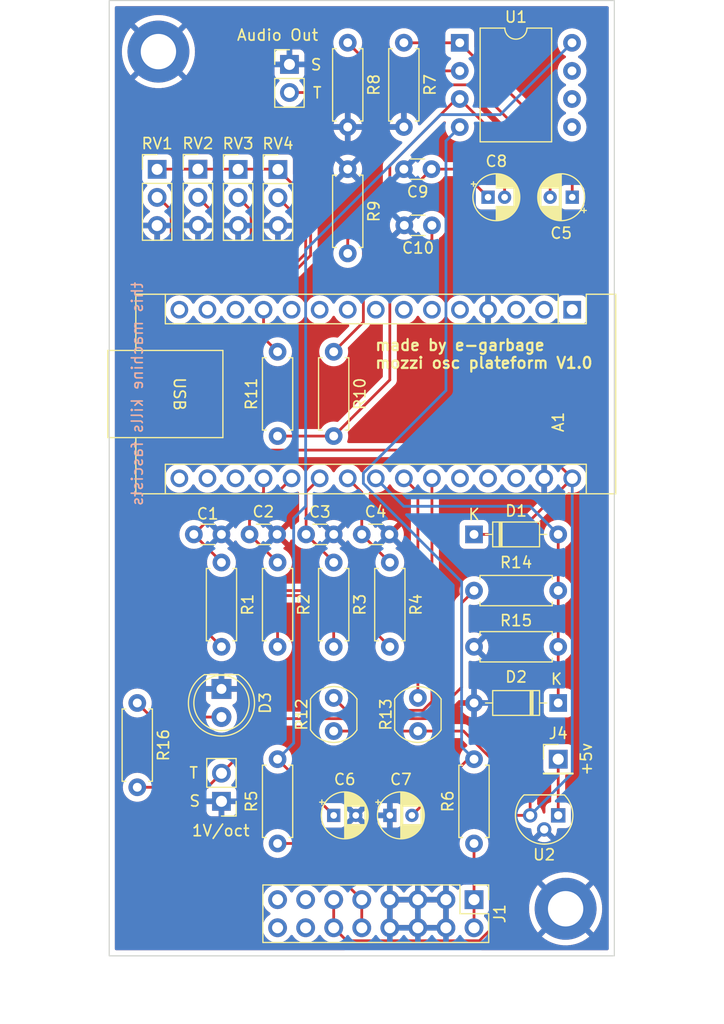
<source format=kicad_pcb>
(kicad_pcb (version 20211014) (generator pcbnew)
  (layers (0 "F.Cu" signal) (31 "B.Cu" signal) (34 "B.Paste" user) (35 "F.Paste" user) (36 "B.SilkS" user "B.Silkscreen") (37 "F.SilkS" user "F.Silkscreen") (38 "B.Mask" user) (39 "F.Mask" user) (44 "Edge.Cuts" user))
  (net 0 "")
  (net 4 "GND")
  (net 12 "Net-(A1-Pad12)")
  (net 19 "Net-(A1-Pad19)")
  (net 20 "Net-(A1-Pad20)")
  (net 21 "Net-(A1-Pad21)")
  (net 22 "Net-(A1-Pad22)")
  (net 23 "Net-(A1-Pad23)")
  (net 24 "Net-(A1-Pad24)")
  (net 25 "Net-(A1-Pad25)")
  (net 29 "+5V")
  (net 30 "Net-(C5-Pad1)")
  (net 31 "Net-(C5-Pad2)")
  (net 32 "Net-(C6-Pad1)")
  (net 33 "Net-(C7-Pad2)")
  (net 34 "Net-(C8-Pad1)")
  (net 35 "Net-(C8-Pad2)")
  (net 36 "Net-(C10-Pad1)")
  (net 37 "Net-(D3-Pad2)")
  (net 38 "Net-(J3-PadT)")
  (net 39 "Net-(R1-Pad2)")
  (net 40 "Net-(R2-Pad2)")
  (net 41 "Net-(R3-Pad2)")
  (net 42 "Net-(R4-Pad2)")
  (net 43 "Net-(J1-Pad10)")
  (net 44 "Net-(J1-Pad1)")
  (net 45 "Net-(R8-Pad1)")
  (net 49 "Net-(J1-Pad13)")
  (net 50 "Net-(J1-Pad15)")
  (net 51 "Net-(U2-Pad1)")
  (footprint "Module:Arduino_Nano" (layer "F.Cu") (at 168.91 79.385 -90)
    (fp_text reference "A1" (at 10.15 1.27 90) (layer "F.SilkS"))
    (fp_text value "Arduino_Nano_v2.x")
    (fp_text user "USB" (at 7.62 35.56 -90 unlocked) (layer "F.SilkS"))
    (pad "1" thru_hole rect (at 0 0 270) (size 1.6 1.6) (drill 1) (layers *.Cu *.Mask))
    (pad "2" thru_hole oval (at 0 2.54 270) (size 1.6 1.6) (drill 1) (layers *.Cu *.Mask))
    (pad "3" thru_hole oval (at 0 5.08 270) (size 1.6 1.6) (drill 1) (layers *.Cu *.Mask))
    (pad "4" thru_hole oval (at 0 7.62 270) (size 1.6 1.6) (drill 1) (layers *.Cu *.Mask) (net 4 "GND"))
    (pad "5" thru_hole oval (at 0 10.16 270) (size 1.6 1.6) (drill 1) (layers *.Cu *.Mask))
    (pad "6" thru_hole oval (at 0 12.7 270) (size 1.6 1.6) (drill 1) (layers *.Cu *.Mask))
    (pad "7" thru_hole oval (at 0 15.24 270) (size 1.6 1.6) (drill 1) (layers *.Cu *.Mask))
    (pad "8" thru_hole oval (at 0 17.78 270) (size 1.6 1.6) (drill 1) (layers *.Cu *.Mask))
    (pad "9" thru_hole oval (at 0 20.32 270) (size 1.6 1.6) (drill 1) (layers *.Cu *.Mask))
    (pad "10" thru_hole oval (at 0 22.86 270) (size 1.6 1.6) (drill 1) (layers *.Cu *.Mask))
    (pad "11" thru_hole oval (at 0 25.4 270) (size 1.6 1.6) (drill 1) (layers *.Cu *.Mask))
    (pad "12" thru_hole oval (at 0 27.94 270) (size 1.6 1.6) (drill 1) (layers *.Cu *.Mask) (net 12 "Net-(A1-Pad12)"))
    (pad "13" thru_hole oval (at 0 30.48 270) (size 1.6 1.6) (drill 1) (layers *.Cu *.Mask))
    (pad "14" thru_hole oval (at 0 33.02 270) (size 1.6 1.6) (drill 1) (layers *.Cu *.Mask))
    (pad "15" thru_hole oval (at 0 35.56 270) (size 1.6 1.6) (drill 1) (layers *.Cu *.Mask))
    (pad "16" thru_hole oval (at 15.24 35.56 270) (size 1.6 1.6) (drill 1) (layers *.Cu *.Mask))
    (pad "17" thru_hole oval (at 15.24 33.02 270) (size 1.6 1.6) (drill 1) (layers *.Cu *.Mask))
    (pad "18" thru_hole oval (at 15.24 30.48 270) (size 1.6 1.6) (drill 1) (layers *.Cu *.Mask))
    (pad "19" thru_hole oval (at 15.24 27.94 270) (size 1.6 1.6) (drill 1) (layers *.Cu *.Mask) (net 19 "Net-(A1-Pad19)"))
    (pad "20" thru_hole oval (at 15.24 25.4 270) (size 1.6 1.6) (drill 1) (layers *.Cu *.Mask) (net 20 "Net-(A1-Pad20)"))
    (pad "21" thru_hole oval (at 15.24 22.86 270) (size 1.6 1.6) (drill 1) (layers *.Cu *.Mask) (net 21 "Net-(A1-Pad21)"))
    (pad "22" thru_hole oval (at 15.24 20.32 270) (size 1.6 1.6) (drill 1) (layers *.Cu *.Mask) (net 22 "Net-(A1-Pad22)"))
    (pad "23" thru_hole oval (at 15.24 17.78 270) (size 1.6 1.6) (drill 1) (layers *.Cu *.Mask) (net 23 "Net-(A1-Pad23)"))
    (pad "24" thru_hole oval (at 15.24 15.24 270) (size 1.6 1.6) (drill 1) (layers *.Cu *.Mask) (net 24 "Net-(A1-Pad24)"))
    (pad "25" thru_hole oval (at 15.24 12.7 270) (size 1.6 1.6) (drill 1) (layers *.Cu *.Mask) (net 25 "Net-(A1-Pad25)"))
    (pad "26" thru_hole oval (at 15.24 10.16 270) (size 1.6 1.6) (drill 1) (layers *.Cu *.Mask))
    (pad "27" thru_hole oval (at 15.24 7.62 270) (size 1.6 1.6) (drill 1) (layers *.Cu *.Mask))
    (pad "28" thru_hole oval (at 15.24 5.08 270) (size 1.6 1.6) (drill 1) (layers *.Cu *.Mask))
    (pad "29" thru_hole oval (at 15.24 2.54 270) (size 1.6 1.6) (drill 1) (layers *.Cu *.Mask) (net 4 "GND"))
    (pad "30" thru_hole oval (at 15.24 0 270) (size 1.6 1.6) (drill 1) (layers *.Cu *.Mask) (net 29 "+5V"))
  )
  (footprint "Capacitor_THT:CP_Radial_D4.0mm_P2.00mm" (layer "F.Cu") (at 152.4 125.095)
    (fp_text reference "C7" (at 1 -3.25) (layer "F.SilkS"))
    (fp_text value "10uF")
    (pad "1" thru_hole rect (at 0 0) (size 1.2 1.2) (drill 0.6) (layers *.Cu *.Mask) (net 4 "GND"))
    (pad "2" thru_hole circle (at 2 0) (size 1.2 1.2) (drill 0.6) (layers *.Cu *.Mask) (net 33 "Net-(C7-Pad2)"))
  )
  (footprint "Capacitor_THT:C_Disc_D3.0mm_W1.6mm_P2.50mm" (layer "F.Cu") (at 156.21 71.755 180)
    (fp_text reference "C10" (at 1.25 -2.05) (layer "F.SilkS"))
    (fp_text value "10nf")
    (pad "1" thru_hole circle (at 0 0 180) (size 1.6 1.6) (drill 0.8) (layers *.Cu *.Mask) (net 36 "Net-(C10-Pad1)"))
    (pad "2" thru_hole circle (at 2.5 0 180) (size 1.6 1.6) (drill 0.8) (layers *.Cu *.Mask) (net 4 "GND"))
  )
  (footprint "Resistor_THT:R_Axial_DIN0207_L6.3mm_D2.5mm_P7.62mm_Horizontal" (layer "F.Cu") (at 129.54 114.935 -90)
    (fp_text reference "R16" (at 3.81 -2.37 90) (layer "F.SilkS"))
    (fp_text value "480R")
    (pad "1" thru_hole circle (at 0 0 270) (size 1.6 1.6) (drill 0.8) (layers *.Cu *.Mask) (net 37 "Net-(D3-Pad2)"))
    (pad "2" thru_hole oval (at 7.62 0 270) (size 1.6 1.6) (drill 0.8) (layers *.Cu *.Mask) (net 38 "Net-(J3-PadT)"))
  )
  (footprint "Capacitor_THT:C_Disc_D3.0mm_W1.6mm_P2.50mm" (layer "F.Cu") (at 156.17 66.675 180)
    (fp_text reference "C9" (at 1.25 -2.05) (layer "F.SilkS"))
    (fp_text value "10nf")
    (pad "1" thru_hole circle (at 0 0 180) (size 1.6 1.6) (drill 0.8) (layers *.Cu *.Mask) (net 34 "Net-(C8-Pad1)"))
    (pad "2" thru_hole circle (at 2.5 0 180) (size 1.6 1.6) (drill 0.8) (layers *.Cu *.Mask) (net 4 "GND"))
  )
  (footprint "Diode_THT:D_DO-35_SOD27_P7.62mm_Horizontal" (layer "F.Cu") (at 167.64 114.935 180)
    (fp_text reference "D2" (at 3.81 2.353155) (layer "F.SilkS"))
    (fp_text value "1N4148")
    (fp_text user "K" (at 0.155041 2.155861) (layer "F.SilkS"))
    (pad "1" thru_hole rect (at 0 0 180) (size 1.6 1.6) (drill 0.8) (layers *.Cu *.Mask) (net 23 "Net-(A1-Pad23)"))
    (pad "2" thru_hole oval (at 7.62 0 180) (size 1.6 1.6) (drill 0.8) (layers *.Cu *.Mask) (net 4 "GND"))
  )
  (footprint "Resistor_THT:R_Axial_DIN0207_L6.3mm_D2.5mm_P7.62mm_Horizontal" (layer "F.Cu") (at 147.32 102.235 -90)
    (fp_text reference "R3" (at 3.81 -2.37 90) (layer "F.SilkS"))
    (fp_text value "1k")
    (pad "1" thru_hole circle (at 0 0 270) (size 1.6 1.6) (drill 0.8) (layers *.Cu *.Mask) (net 21 "Net-(A1-Pad21)"))
    (pad "2" thru_hole oval (at 7.62 0 270) (size 1.6 1.6) (drill 0.8) (layers *.Cu *.Mask) (net 41 "Net-(R3-Pad2)"))
  )
  (footprint "Resistor_THT:R_Axial_DIN0207_L6.3mm_D2.5mm_P7.62mm_Horizontal" (layer "F.Cu") (at 160.02 127.635 90)
    (fp_text reference "R6" (at 3.81 -2.37 90) (layer "F.SilkS"))
    (fp_text value "10R")
    (pad "1" thru_hole circle (at 0 0 90) (size 1.6 1.6) (drill 0.8) (layers *.Cu *.Mask) (net 44 "Net-(J1-Pad1)"))
    (pad "2" thru_hole oval (at 7.62 0 90) (size 1.6 1.6) (drill 0.8) (layers *.Cu *.Mask) (net 33 "Net-(C7-Pad2)"))
  )
  (footprint "OptoDevice:R_LDR_5.0x4.1mm_P3mm_Vertical" (layer "F.Cu") (at 147.32 117.475 90)
    (fp_text reference "R12" (at 1.5 -2.9 90) (layer "F.SilkS"))
    (fp_text value "A9013")
    (pad "1" thru_hole circle (at 0 0 90) (size 1.6 1.6) (drill 0.8) (layers *.Cu *.Mask) (net 29 "+5V"))
    (pad "2" thru_hole circle (at 3 0 90) (size 1.6 1.6) (drill 0.8) (layers *.Cu *.Mask) (net 25 "Net-(A1-Pad25)"))
  )
  (footprint "Connector_PinHeader_2.54mm:PinHeader_1x03_P2.54mm_Vertical" (layer "F.Cu") (at 135.031308 66.681745)
    (fp_text reference "RV2" (at 0 -2.33) (layer "F.SilkS"))
    (fp_text value "1k")
    (pad "1" thru_hole rect (at 0 0) (size 1.7 1.7) (drill 1) (layers *.Cu *.Mask) (net 29 "+5V"))
    (pad "2" thru_hole oval (at 0 2.54) (size 1.7 1.7) (drill 1) (layers *.Cu *.Mask) (net 40 "Net-(R2-Pad2)"))
    (pad "3" thru_hole oval (at 0 5.08) (size 1.7 1.7) (drill 1) (layers *.Cu *.Mask) (net 4 "GND"))
  )
  (footprint "Capacitor_THT:C_Disc_D3.0mm_W1.6mm_P2.50mm" (layer "F.Cu") (at 139.7 99.695)
    (fp_text reference "C2" (at 1.25 -2.05) (layer "F.SilkS"))
    (fp_text value "10nf")
    (pad "1" thru_hole circle (at 0 0) (size 1.6 1.6) (drill 0.8) (layers *.Cu *.Mask) (net 20 "Net-(A1-Pad20)"))
    (pad "2" thru_hole circle (at 2.5 0) (size 1.6 1.6) (drill 0.8) (layers *.Cu *.Mask) (net 4 "GND"))
  )
  (footprint "Package_DIP:DIP-8_W10.16mm" (layer "F.Cu") (at 158.73 55.255)
    (fp_text reference "U1" (at 5.08 -2.33) (layer "F.SilkS"))
    (fp_text value "TL072")
    (pad "1" thru_hole rect (at 0 0) (size 1.6 1.6) (drill 0.8) (layers *.Cu *.Mask) (net 30 "Net-(C5-Pad1)"))
    (pad "2" thru_hole oval (at 0 2.54) (size 1.6 1.6) (drill 0.8) (layers *.Cu *.Mask) (net 45 "Net-(R8-Pad1)"))
    (pad "3" thru_hole oval (at 0 5.08) (size 1.6 1.6) (drill 0.8) (layers *.Cu *.Mask) (net 35 "Net-(C8-Pad2)"))
    (pad "4" thru_hole oval (at 0 7.62) (size 1.6 1.6) (drill 0.8) (layers *.Cu *.Mask) (net 33 "Net-(C7-Pad2)"))
    (pad "5" thru_hole oval (at 10.16 7.62) (size 1.6 1.6) (drill 0.8) (layers *.Cu *.Mask))
    (pad "6" thru_hole oval (at 10.16 5.08) (size 1.6 1.6) (drill 0.8) (layers *.Cu *.Mask))
    (pad "7" thru_hole oval (at 10.16 2.54) (size 1.6 1.6) (drill 0.8) (layers *.Cu *.Mask))
    (pad "8" thru_hole oval (at 10.16 0) (size 1.6 1.6) (drill 0.8) (layers *.Cu *.Mask) (net 32 "Net-(C6-Pad1)"))
  )
  (footprint "MountingHole:MountingHole_3.2mm_M3_DIN965_Pad" (layer "F.Cu") (at 131.454126 56.049901)
    (fp_text reference "REF**" hide)
    (fp_text value "MountingHole_3.2mm_M3_DIN965_Pad")
    (pad "1" thru_hole circle (at 0 0) (size 5.6 5.6) (drill 3.2) (layers *.Cu *.Mask) (net 4 "GND"))
  )
  (footprint "Package_TO_SOT_THT:TO-92" (layer "F.Cu") (at 167.64 125.095 180)
    (fp_text reference "U2" (at 1.27 -3.56) (layer "F.SilkS"))
    (fp_text value "L7805")
    (pad "1" thru_hole rect (at 0 0 180) (size 1.3 1.3) (drill 0.75) (layers *.Cu *.Mask) (net 51 "Net-(U2-Pad1)"))
    (pad "2" thru_hole circle (at 1.27 -1.27 180) (size 1.3 1.3) (drill 0.75) (layers *.Cu *.Mask) (net 4 "GND"))
    (pad "3" thru_hole circle (at 2.54 0 180) (size 1.3 1.3) (drill 0.75) (layers *.Cu *.Mask) (net 29 "+5V"))
  )
  (footprint "Connector_PinHeader_2.54mm:PinHeader_1x03_P2.54mm_Vertical" (layer "F.Cu") (at 142.273219 66.708219)
    (fp_text reference "RV4" (at 0 -2.33) (layer "F.SilkS"))
    (fp_text value "1k")
    (pad "1" thru_hole rect (at 0 0) (size 1.7 1.7) (drill 1) (layers *.Cu *.Mask) (net 29 "+5V"))
    (pad "2" thru_hole oval (at 0 2.54) (size 1.7 1.7) (drill 1) (layers *.Cu *.Mask) (net 42 "Net-(R4-Pad2)"))
    (pad "3" thru_hole oval (at 0 5.08) (size 1.7 1.7) (drill 1) (layers *.Cu *.Mask) (net 4 "GND"))
  )
  (footprint "footprints:PinHeader_1x02_P2.54mm_Vertical_Audio_out" (layer "F.Cu") (at 137.9 120.01 180)
    (fp_text reference "1V/oct" (at 0.800431 -6.4671 unlocked) (layer "F.SilkS"))
    (fp_text value "1V/oct in")
    (fp_text user "S" (at 3.153965 -3.786118 unlocked) (layer "F.SilkS"))
    (fp_text user "T" (at 3.256292 -1.245 unlocked) (layer "F.SilkS"))
    (pad "S" thru_hole rect (at 0.74 -3.815 180) (size 1.7 1.7) (drill 1) (layers *.Cu *.Mask) (net 4 "GND"))
    (pad "T" thru_hole oval (at 0.74 -1.275 180) (size 1.7 1.7) (drill 1) (layers *.Cu *.Mask) (net 38 "Net-(J3-PadT)"))
  )
  (footprint "Resistor_THT:R_Axial_DIN0207_L6.3mm_D2.5mm_P7.62mm_Horizontal" (layer "F.Cu") (at 142.24 127.635 90)
    (fp_text reference "R5" (at 3.81 -2.37 90) (layer "F.SilkS"))
    (fp_text value "10R")
    (pad "1" thru_hole circle (at 0 0 90) (size 1.6 1.6) (drill 0.8) (layers *.Cu *.Mask) (net 43 "Net-(J1-Pad10)"))
    (pad "2" thru_hole oval (at 7.62 0 90) (size 1.6 1.6) (drill 0.8) (layers *.Cu *.Mask) (net 32 "Net-(C6-Pad1)"))
  )
  (footprint "Capacitor_THT:CP_Radial_D4.0mm_P1.50mm" (layer "F.Cu") (at 161.29 69.215)
    (fp_text reference "C8" (at 0.75 -3.25) (layer "F.SilkS"))
    (fp_text value "0.1uF")
    (pad "1" thru_hole rect (at 0 0) (size 1.2 1.2) (drill 0.6) (layers *.Cu *.Mask) (net 34 "Net-(C8-Pad1)"))
    (pad "2" thru_hole circle (at 1.5 0) (size 1.2 1.2) (drill 0.6) (layers *.Cu *.Mask) (net 35 "Net-(C8-Pad2)"))
  )
  (footprint "Resistor_THT:R_Axial_DIN0207_L6.3mm_D2.5mm_P7.62mm_Horizontal" (layer "F.Cu") (at 167.64 104.775 180)
    (fp_text reference "R14" (at 3.81 2.54) (layer "F.SilkS"))
    (fp_text value "14K")
    (pad "1" thru_hole circle (at 0 0 180) (size 1.6 1.6) (drill 0.8) (layers *.Cu *.Mask) (net 23 "Net-(A1-Pad23)"))
    (pad "2" thru_hole oval (at 7.62 0 180) (size 1.6 1.6) (drill 0.8) (layers *.Cu *.Mask) (net 38 "Net-(J3-PadT)"))
  )
  (footprint "Connector_PinHeader_2.54mm:PinHeader_1x03_P2.54mm_Vertical" (layer "F.Cu") (at 131.338885 66.692645)
    (fp_text reference "RV1" (at 0 -2.33) (layer "F.SilkS"))
    (fp_text value "1k")
    (pad "1" thru_hole rect (at 0 0) (size 1.7 1.7) (drill 1) (layers *.Cu *.Mask) (net 29 "+5V"))
    (pad "2" thru_hole oval (at 0 2.54) (size 1.7 1.7) (drill 1) (layers *.Cu *.Mask) (net 39 "Net-(R1-Pad2)"))
    (pad "3" thru_hole oval (at 0 5.08) (size 1.7 1.7) (drill 1) (layers *.Cu *.Mask) (net 4 "GND"))
  )
  (footprint "Capacitor_THT:C_Disc_D3.0mm_W1.6mm_P2.50mm" (layer "F.Cu") (at 147.32 99.695 180)
    (fp_text reference "C3" (at 1.25 2.028383) (layer "F.SilkS"))
    (fp_text value "10nf")
    (pad "1" thru_hole circle (at 0 0 180) (size 1.6 1.6) (drill 0.8) (layers *.Cu *.Mask) (net 4 "GND"))
    (pad "2" thru_hole circle (at 2.5 0 180) (size 1.6 1.6) (drill 0.8) (layers *.Cu *.Mask) (net 21 "Net-(A1-Pad21)"))
  )
  (footprint "Connector_PinHeader_2.54mm:PinHeader_1x01_P2.54mm_Vertical" (layer "F.Cu") (at 167.64 120.015)
    (fp_text reference "J4" (at 0 -2.33) (layer "F.SilkS"))
    (fp_text value "Batt+ (above 5v)")
    (pad "1" thru_hole rect (at 0 0) (size 1.7 1.7) (drill 1) (layers *.Cu *.Mask) (net 51 "Net-(U2-Pad1)"))
  )
  (footprint "OptoDevice:R_LDR_5.0x4.1mm_P3mm_Vertical" (layer "F.Cu") (at 154.94 117.475 90)
    (fp_text reference "R13" (at 1.5 -2.9 90) (layer "F.SilkS"))
    (fp_text value "A9013")
    (pad "1" thru_hole circle (at 0 0 90) (size 1.6 1.6) (drill 0.8) (layers *.Cu *.Mask) (net 29 "+5V"))
    (pad "2" thru_hole circle (at 3 0 90) (size 1.6 1.6) (drill 0.8) (layers *.Cu *.Mask) (net 24 "Net-(A1-Pad24)"))
  )
  (footprint "Resistor_THT:R_Axial_DIN0207_L6.3mm_D2.5mm_P7.62mm_Horizontal" (layer "F.Cu") (at 142.24 102.235 -90)
    (fp_text reference "R2" (at 3.81 -2.37 90) (layer "F.SilkS"))
    (fp_text value "1k")
    (pad "1" thru_hole circle (at 0 0 270) (size 1.6 1.6) (drill 0.8) (layers *.Cu *.Mask) (net 20 "Net-(A1-Pad20)"))
    (pad "2" thru_hole oval (at 7.62 0 270) (size 1.6 1.6) (drill 0.8) (layers *.Cu *.Mask) (net 40 "Net-(R2-Pad2)"))
  )
  (footprint "Resistor_THT:R_Axial_DIN0207_L6.3mm_D2.5mm_P7.62mm_Horizontal" (layer "F.Cu") (at 152.4 102.235 -90)
    (fp_text reference "R4" (at 3.81 -2.37 90) (layer "F.SilkS"))
    (fp_text value "1k")
    (pad "1" thru_hole circle (at 0 0 270) (size 1.6 1.6) (drill 0.8) (layers *.Cu *.Mask) (net 22 "Net-(A1-Pad22)"))
    (pad "2" thru_hole oval (at 7.62 0 270) (size 1.6 1.6) (drill 0.8) (layers *.Cu *.Mask) (net 42 "Net-(R4-Pad2)"))
  )
  (footprint "Connector_PinHeader_2.54mm:PinHeader_1x03_P2.54mm_Vertical" (layer "F.Cu") (at 138.667831 66.698676)
    (fp_text reference "RV3" (at 0 -2.33) (layer "F.SilkS"))
    (fp_text value "1k")
    (pad "1" thru_hole rect (at 0 0) (size 1.7 1.7) (drill 1) (layers *.Cu *.Mask) (net 29 "+5V"))
    (pad "2" thru_hole oval (at 0 2.54) (size 1.7 1.7) (drill 1) (layers *.Cu *.Mask) (net 41 "Net-(R3-Pad2)"))
    (pad "3" thru_hole oval (at 0 5.08) (size 1.7 1.7) (drill 1) (layers *.Cu *.Mask) (net 4 "GND"))
  )
  (footprint "Capacitor_THT:CP_Radial_D4.0mm_P2.00mm" (layer "F.Cu") (at 147.32 125.095)
    (fp_text reference "C6" (at 1 -3.25) (layer "F.SilkS"))
    (fp_text value "10uF")
    (pad "1" thru_hole rect (at 0 0) (size 1.2 1.2) (drill 0.6) (layers *.Cu *.Mask) (net 32 "Net-(C6-Pad1)"))
    (pad "2" thru_hole circle (at 2 0) (size 1.2 1.2) (drill 0.6) (layers *.Cu *.Mask) (net 4 "GND"))
  )
  (footprint "Resistor_THT:R_Axial_DIN0207_L6.3mm_D2.5mm_P7.62mm_Horizontal" (layer "F.Cu") (at 137.16 102.235 -90)
    (fp_text reference "R1" (at 3.81 -2.37 90) (layer "F.SilkS"))
    (fp_text value "1k")
    (pad "1" thru_hole circle (at 0 0 270) (size 1.6 1.6) (drill 0.8) (layers *.Cu *.Mask) (net 19 "Net-(A1-Pad19)"))
    (pad "2" thru_hole oval (at 7.62 0 270) (size 1.6 1.6) (drill 0.8) (layers *.Cu *.Mask) (net 39 "Net-(R1-Pad2)"))
  )
  (footprint "Resistor_THT:R_Axial_DIN0207_L6.3mm_D2.5mm_P7.62mm_Horizontal" (layer "F.Cu") (at 148.59 66.675 -90)
    (fp_text reference "R9" (at 3.81 -2.37 90) (layer "F.SilkS"))
    (fp_text value "3.9K")
    (pad "1" thru_hole circle (at 0 0 270) (size 1.6 1.6) (drill 0.8) (layers *.Cu *.Mask) (net 4 "GND"))
    (pad "2" thru_hole oval (at 7.62 0 270) (size 1.6 1.6) (drill 0.8) (layers *.Cu *.Mask) (net 35 "Net-(C8-Pad2)"))
  )
  (footprint "Resistor_THT:R_Axial_DIN0207_L6.3mm_D2.5mm_P7.62mm_Horizontal" (layer "F.Cu") (at 153.67 55.245 -90)
    (fp_text reference "R7" (at 3.81 -2.37 90) (layer "F.SilkS"))
    (fp_text value "3.9K")
    (pad "1" thru_hole circle (at 0 0 270) (size 1.6 1.6) (drill 0.8) (layers *.Cu *.Mask) (net 30 "Net-(C5-Pad1)"))
    (pad "2" thru_hole oval (at 7.62 0 270) (size 1.6 1.6) (drill 0.8) (layers *.Cu *.Mask) (net 4 "GND"))
  )
  (footprint "Resistor_THT:R_Axial_DIN0207_L6.3mm_D2.5mm_P7.62mm_Horizontal" (layer "F.Cu") (at 147.32 83.185 -90)
    (fp_text reference "R10" (at 3.81 -2.37 90) (layer "F.SilkS"))
    (fp_text value "3.9K")
    (pad "1" thru_hole circle (at 0 0 270) (size 1.6 1.6) (drill 0.8) (layers *.Cu *.Mask) (net 34 "Net-(C8-Pad1)"))
    (pad "2" thru_hole oval (at 7.62 0 270) (size 1.6 1.6) (drill 0.8) (layers *.Cu *.Mask) (net 36 "Net-(C10-Pad1)"))
  )
  (footprint "Capacitor_THT:C_Disc_D3.0mm_W1.6mm_P2.50mm" (layer "F.Cu") (at 137.16 99.695 180)
    (fp_text reference "C1" (at 1.25 1.857921) (layer "F.SilkS"))
    (fp_text value "10nf")
    (pad "1" thru_hole circle (at 0 0 180) (size 1.6 1.6) (drill 0.8) (layers *.Cu *.Mask) (net 4 "GND"))
    (pad "2" thru_hole circle (at 2.5 0 180) (size 1.6 1.6) (drill 0.8) (layers *.Cu *.Mask) (net 19 "Net-(A1-Pad19)"))
  )
  (footprint "Resistor_THT:R_Axial_DIN0207_L6.3mm_D2.5mm_P7.62mm_Horizontal" (layer "F.Cu") (at 142.24 90.805 90)
    (fp_text reference "R11" (at 3.81 -2.37 90) (layer "F.SilkS"))
    (fp_text value "3.9K")
    (pad "1" thru_hole circle (at 0 0 90) (size 1.6 1.6) (drill 0.8) (layers *.Cu *.Mask) (net 36 "Net-(C10-Pad1)"))
    (pad "2" thru_hole oval (at 7.62 0 90) (size 1.6 1.6) (drill 0.8) (layers *.Cu *.Mask) (net 12 "Net-(A1-Pad12)"))
  )
  (footprint "Capacitor_THT:C_Disc_D3.0mm_W1.6mm_P2.50mm" (layer "F.Cu") (at 149.86 99.695)
    (fp_text reference "C4" (at 1.25 -2.05) (layer "F.SilkS"))
    (fp_text value "10nf")
    (pad "1" thru_hole circle (at 0 0) (size 1.6 1.6) (drill 0.8) (layers *.Cu *.Mask) (net 22 "Net-(A1-Pad22)"))
    (pad "2" thru_hole circle (at 2.5 0) (size 1.6 1.6) (drill 0.8) (layers *.Cu *.Mask) (net 4 "GND"))
  )
  (footprint "Connector_PinHeader_2.54mm:PinHeader_2x08_P2.54mm_Vertical" (layer "F.Cu") (at 160.02 132.715 -90)
    (fp_text reference "J1" (at 1.27 -2.33 90) (layer "F.SilkS"))
    (fp_text value "Eurorack power connector")
    (pad "1" thru_hole rect (at 0 0 270) (size 1.7 1.7) (drill 1) (layers *.Cu *.Mask) (net 44 "Net-(J1-Pad1)"))
    (pad "2" thru_hole oval (at 2.54 0 270) (size 1.7 1.7) (drill 1) (layers *.Cu *.Mask) (net 44 "Net-(J1-Pad1)"))
    (pad "3" thru_hole oval (at 0 2.54 270) (size 1.7 1.7) (drill 1) (layers *.Cu *.Mask) (net 4 "GND"))
    (pad "4" thru_hole oval (at 2.54 2.54 270) (size 1.7 1.7) (drill 1) (layers *.Cu *.Mask) (net 4 "GND"))
    (pad "5" thru_hole oval (at 0 5.08 270) (size 1.7 1.7) (drill 1) (layers *.Cu *.Mask) (net 4 "GND"))
    (pad "6" thru_hole oval (at 2.54 5.08 270) (size 1.7 1.7) (drill 1) (layers *.Cu *.Mask) (net 4 "GND"))
    (pad "7" thru_hole oval (at 0 7.62 270) (size 1.7 1.7) (drill 1) (layers *.Cu *.Mask) (net 4 "GND"))
    (pad "8" thru_hole oval (at 2.54 7.62 270) (size 1.7 1.7) (drill 1) (layers *.Cu *.Mask) (net 4 "GND"))
    (pad "9" thru_hole oval (at 0 10.16 270) (size 1.7 1.7) (drill 1) (layers *.Cu *.Mask) (net 43 "Net-(J1-Pad10)"))
    (pad "10" thru_hole oval (at 2.54 10.16 270) (size 1.7 1.7) (drill 1) (layers *.Cu *.Mask) (net 43 "Net-(J1-Pad10)"))
    (pad "11" thru_hole oval (at 0 12.7 270) (size 1.7 1.7) (drill 1) (layers *.Cu *.Mask) (net 29 "+5V"))
    (pad "12" thru_hole oval (at 2.54 12.7 270) (size 1.7 1.7) (drill 1) (layers *.Cu *.Mask) (net 29 "+5V"))
    (pad "13" thru_hole oval (at 0 15.24 270) (size 1.7 1.7) (drill 1) (layers *.Cu *.Mask) (net 49 "Net-(J1-Pad13)"))
    (pad "14" thru_hole oval (at 2.54 15.24 270) (size 1.7 1.7) (drill 1) (layers *.Cu *.Mask) (net 49 "Net-(J1-Pad13)"))
    (pad "15" thru_hole oval (at 0 17.78 270) (size 1.7 1.7) (drill 1) (layers *.Cu *.Mask) (net 50 "Net-(J1-Pad15)"))
    (pad "16" thru_hole oval (at 2.54 17.78 270) (size 1.7 1.7) (drill 1) (layers *.Cu *.Mask) (net 50 "Net-(J1-Pad15)"))
  )
  (footprint "footprints:PinHeader_1x02_P2.54mm_Vertical_Audio_out" (layer "F.Cu") (at 142.574141 61.023327)
    (fp_text reference "Audio Out" (at -0.334141 -6.4671 unlocked) (layer "F.SilkS"))
    (fp_text value "Audio out")
    (fp_text user "S" (at 3.153965 -3.786118 unlocked) (layer "F.SilkS"))
    (fp_text user "T" (at 3.256292 -1.245 unlocked) (layer "F.SilkS"))
    (pad "S" thru_hole rect (at 0.74 -3.815) (size 1.7 1.7) (drill 1) (layers *.Cu *.Mask) (net 4 "GND"))
    (pad "T" thru_hole oval (at 0.74 -1.275) (size 1.7 1.7) (drill 1) (layers *.Cu *.Mask) (net 31 "Net-(C5-Pad2)"))
  )
  (footprint "Capacitor_THT:CP_Radial_D4.0mm_P2.00mm" (layer "F.Cu") (at 168.91 69.215 180)
    (fp_text reference "C5" (at 1 -3.25) (layer "F.SilkS"))
    (fp_text value "10uF")
    (pad "1" thru_hole rect (at 0 0 180) (size 1.2 1.2) (drill 0.6) (layers *.Cu *.Mask) (net 30 "Net-(C5-Pad1)"))
    (pad "2" thru_hole circle (at 2 0 180) (size 1.2 1.2) (drill 0.6) (layers *.Cu *.Mask) (net 31 "Net-(C5-Pad2)"))
  )
  (footprint "Resistor_THT:R_Axial_DIN0207_L6.3mm_D2.5mm_P7.62mm_Horizontal" (layer "F.Cu") (at 160.02 109.855)
    (fp_text reference "R15" (at 3.81 -2.37) (layer "F.SilkS"))
    (fp_text value "10K")
    (pad "1" thru_hole circle (at 0 0) (size 1.6 1.6) (drill 0.8) (layers *.Cu *.Mask) (net 4 "GND"))
    (pad "2" thru_hole oval (at 7.62 0) (size 1.6 1.6) (drill 0.8) (layers *.Cu *.Mask) (net 23 "Net-(A1-Pad23)"))
  )
  (footprint "Resistor_THT:R_Axial_DIN0207_L6.3mm_D2.5mm_P7.62mm_Horizontal" (layer "F.Cu") (at 148.59 55.245 -90)
    (fp_text reference "R8" (at 3.81 -2.37 90) (layer "F.SilkS"))
    (fp_text value "3.9K")
    (pad "1" thru_hole circle (at 0 0 270) (size 1.6 1.6) (drill 0.8) (layers *.Cu *.Mask) (net 45 "Net-(R8-Pad1)"))
    (pad "2" thru_hole oval (at 7.62 0 270) (size 1.6 1.6) (drill 0.8) (layers *.Cu *.Mask) (net 4 "GND"))
  )
  (footprint "LED_THT:LED_D5.0mm_Clear" (layer "F.Cu") (at 137.16 113.665 -90)
    (fp_text reference "D3" (at 1.27 -3.96 90) (layer "F.SilkS"))
    (fp_text value "LED")
    (pad "1" thru_hole rect (at 0 0 270) (size 1.8 1.8) (drill 0.9) (layers *.Cu *.Mask) (net 4 "GND"))
    (pad "2" thru_hole circle (at 2.54 0 270) (size 1.8 1.8) (drill 0.9) (layers *.Cu *.Mask) (net 37 "Net-(D3-Pad2)"))
  )
  (footprint "MountingHole:MountingHole_3.2mm_M3_DIN965_Pad" (layer "F.Cu") (at 168.310814 133.538272)
    (fp_text reference "REF**" hide)
    (fp_text value "MountingHole_3.2mm_M3_DIN965_Pad")
    (pad "1" thru_hole circle (at 0 0) (size 5.6 5.6) (drill 3.2) (layers *.Cu *.Mask) (net 4 "GND"))
  )
  (footprint "Diode_THT:D_DO-35_SOD27_P7.62mm_Horizontal" (layer "F.Cu") (at 160.02 99.695)
    (fp_text reference "D1" (at 3.81 -2.12) (layer "F.SilkS"))
    (fp_text value "1N4148")
    (fp_text user "K" (at 0 -1.8) (layer "F.SilkS"))
    (pad "1" thru_hole rect (at 0 0) (size 1.6 1.6) (drill 0.8) (layers *.Cu *.Mask) (net 29 "+5V"))
    (pad "2" thru_hole oval (at 7.62 0) (size 1.6 1.6) (drill 0.8) (layers *.Cu *.Mask) (net 23 "Net-(A1-Pad23)"))
  )
  (gr_rect (start 127 51.435) (end 172.72 137.795) (layer "Edge.Cuts") (width 0.1) (fill none))
  (gr_text "this machine kills fascists" (at 129.54 86.995 90) (layer "B.SilkS") (effects (font (size 1 1)) (justify mirror)))
  (gr_text "made by e-garbage\nmozzi osc plateform V1.0" (at 150.975128 83.386829) (layer "F.SilkS") (effects (font (size 1 1) (thickness 0.2)) (justify left)))
  (gr_text "+5v" (at 170.18 120.015 90) (layer "F.SilkS") (effects (font (size 1 1))))
  (segment (start 140.97 79.385) (end 140.97 81.915) (width 0.25) (layer "F.Cu") (net 12))
  (segment (start 140.97 81.915) (end 142.24 83.185) (width 0.25) (layer "F.Cu") (net 12))
  (segment (start 134.66 99.695) (end 137.16 102.195) (width 0.25) (layer "F.Cu") (net 19))
  (segment (start 140.97 95.885) (end 140.97 94.625) (width 0.25) (layer "F.Cu") (net 19))
  (segment (start 137.16 102.195) (end 137.16 102.235) (width 0.25) (layer "F.Cu") (net 19))
  (segment (start 134.66 99.695) (end 137.2 97.155) (width 0.25) (layer "F.Cu") (net 19))
  (segment (start 137.2 97.155) (end 139.7 97.155) (width 0.25) (layer "F.Cu") (net 19))
  (segment (start 139.7 97.155) (end 140.97 95.885) (width 0.25) (layer "F.Cu") (net 19))
  (segment (start 139.7 99.695) (end 139.7 98.435) (width 0.25) (layer "F.Cu") (net 20))
  (segment (start 139.7 98.435) (end 143.51 94.625) (width 0.25) (layer "F.Cu") (net 20))
  (segment (start 139.7 99.695) (end 142.24 102.235) (width 0.25) (layer "F.Cu") (net 20))
  (segment (start 144.82 99.695) (end 147.32 102.195) (width 0.25) (layer "F.Cu") (net 21))
  (segment (start 144.82 99.695) (end 144.82 95.855) (width 0.25) (layer "F.Cu") (net 21))
  (segment (start 147.32 102.195) (end 147.32 102.235) (width 0.25) (layer "F.Cu") (net 21))
  (segment (start 144.82 95.855) (end 146.05 94.625) (width 0.25) (layer "F.Cu") (net 21))
  (segment (start 149.86 95.895) (end 148.59 94.625) (width 0.25) (layer "F.Cu") (net 22))
  (segment (start 149.86 99.695) (end 152.4 102.235) (width 0.25) (layer "F.Cu") (net 22))
  (segment (start 149.86 99.695) (end 149.86 95.895) (width 0.25) (layer "F.Cu") (net 22))
  (segment (start 167.64 99.695) (end 167.64 114.935) (width 0.25) (layer "F.Cu") (net 23))
  (segment (start 165.1 97.155) (end 167.64 99.695) (width 0.25) (layer "B.Cu") (net 23))
  (segment (start 151.13 94.625) (end 153.66 97.155) (width 0.25) (layer "B.Cu") (net 23))
  (segment (start 153.66 97.155) (end 165.1 97.155) (width 0.25) (layer "B.Cu") (net 23))
  (segment (start 154.94 95.895) (end 153.67 94.625) (width 0.25) (layer "F.Cu") (net 24))
  (segment (start 154.94 114.475) (end 154.94 95.895) (width 0.25) (layer "F.Cu") (net 24))
  (segment (start 155.405991 115.6) (end 156.21 114.795991) (width 0.25) (layer "F.Cu") (net 25))
  (segment (start 148.445 115.6) (end 155.405991 115.6) (width 0.25) (layer "F.Cu") (net 25))
  (segment (start 147.32 114.475) (end 148.445 115.6) (width 0.25) (layer "F.Cu") (net 25))
  (segment (start 156.21 114.795991) (end 156.21 94.625) (width 0.25) (layer "F.Cu") (net 25))
  (segment (start 162.56 125.095) (end 165.1 125.095) (width 0.25) (layer "F.Cu") (net 29))
  (segment (start 133.089188 75.831396) (end 130.44 78.480584) (width 0.25) (layer "F.Cu") (net 29))
  (segment (start 142.24 66.675) (end 142.273219 66.708219) (width 0.25) (layer "F.Cu") (net 29))
  (segment (start 163.84 99.695) (end 160.02 99.695) (width 0.25) (layer "F.Cu") (net 29))
  (segment (start 147.32 135.255) (end 148.495 136.43) (width 0.25) (layer "F.Cu") (net 29))
  (segment (start 162.56 134.376701) (end 162.56 125.095) (width 0.25) (layer "F.Cu") (net 29))
  (segment (start 130.44 78.480584) (end 130.44 87.895) (width 0.25) (layer "F.Cu") (net 29))
  (segment (start 154.94 117.475) (end 147.32 117.475) (width 0.25) (layer "F.Cu") (net 29))
  (segment (start 145.23 69.665) (end 145.23 74.481396) (width 0.25) (layer "F.Cu") (net 29))
  (segment (start 165.1 123.504009) (end 165.1 125.095) (width 0.25) (layer "F.Cu") (net 29))
  (segment (start 168.91 94.625) (end 163.84 99.695) (width 0.25) (layer "F.Cu") (net 29))
  (segment (start 145.23 74.481396) (end 143.88 75.831396) (width 0.25) (layer "F.Cu") (net 29))
  (segment (start 154.94 117.475) (end 159.070991 117.475) (width 0.25) (layer "F.Cu") (net 29))
  (segment (start 134.62 92.075) (end 166.36 92.075) (width 0.25) (layer "F.Cu") (net 29))
  (segment (start 142.273219 66.708219) (end 145.23 69.665) (width 0.25) (layer "F.Cu") (net 29))
  (segment (start 143.88 75.831396) (end 133.089188 75.831396) (width 0.25) (layer "F.Cu") (net 29))
  (segment (start 148.495 136.43) (end 160.506701 136.43) (width 0.25) (layer "F.Cu") (net 29))
  (segment (start 159.070991 117.475) (end 165.1 123.504009) (width 0.25) (layer "F.Cu") (net 29))
  (segment (start 131.433381 66.675) (end 142.24 66.675) (width 0.25) (layer "F.Cu") (net 29))
  (segment (start 147.32 132.715) (end 147.32 135.255) (width 0.25) (layer "F.Cu") (net 29))
  (segment (start 130.44 87.895) (end 134.62 92.075) (width 0.25) (layer "F.Cu") (net 29))
  (segment (start 166.36 92.075) (end 168.91 94.625) (width 0.25) (layer "F.Cu") (net 29))
  (segment (start 160.506701 136.43) (end 162.56 134.376701) (width 0.25) (layer "F.Cu") (net 29))
  (segment (start 168.91 94.625) (end 168.91 121.285) (width 0.25) (layer "B.Cu") (net 29))
  (segment (start 168.91 121.285) (end 165.1 125.095) (width 0.25) (layer "B.Cu") (net 29))
  (segment (start 158.73 55.255) (end 168.91 65.435) (width 0.25) (layer "F.Cu") (net 30))
  (segment (start 153.68 55.255) (end 153.67 55.245) (width 0.25) (layer "F.Cu") (net 30))
  (segment (start 158.73 55.255) (end 153.68 55.255) (width 0.25) (layer "F.Cu") (net 30))
  (segment (start 168.91 65.435) (end 168.91 69.215) (width 0.25) (layer "F.Cu") (net 30))
  (segment (start 147.32 59.055) (end 146.626673 59.748327) (width 0.25) (layer "F.Cu") (net 31))
  (segment (start 166.91 69.215) (end 166.91 65.945) (width 0.25) (layer "F.Cu") (net 31))
  (segment (start 160.02 59.055) (end 147.32 59.055) (width 0.25) (layer "F.Cu") (net 31))
  (segment (start 166.91 65.945) (end 160.02 59.055) (width 0.25) (layer "F.Cu") (net 31))
  (segment (start 146.626673 59.748327) (end 143.314141 59.748327) (width 0.25) (layer "F.Cu") (net 31))
  (segment (start 142.24 120.015) (end 147.32 125.095) (width 0.25) (layer "F.Cu") (net 32))
  (segment (start 143.695 118.56) (end 142.24 120.015) (width 0.25) (layer "B.Cu") (net 32))
  (segment (start 162.395 61.75) (end 157.004009 61.75) (width 0.25) (layer "B.Cu") (net 32))
  (segment (start 143.695 98.24) (end 143.695 118.56) (width 0.25) (layer "B.Cu") (net 32))
  (segment (start 168.89 55.255) (end 162.395 61.75) (width 0.25) (layer "B.Cu") (net 32))
  (segment (start 144.78 97.155) (end 143.695 98.24) (width 0.25) (layer "B.Cu") (net 32))
  (segment (start 157.004009 61.75) (end 144.78 73.974009) (width 0.25) (layer "B.Cu") (net 32))
  (segment (start 144.78 73.974009) (end 144.78 97.155) (width 0.25) (layer "B.Cu") (net 32))
  (segment (start 159.48 120.015) (end 160.02 120.015) (width 0.25) (layer "F.Cu") (net 33))
  (segment (start 154.4 125.095) (end 159.48 120.015) (width 0.25) (layer "F.Cu") (net 33))
  (segment (start 158.895 103.980991) (end 150.005 95.090991) (width 0.25) (layer "B.Cu") (net 33))
  (segment (start 158.895 118.89) (end 158.895 103.980991) (width 0.25) (layer "B.Cu") (net 33))
  (segment (start 150.005 94.159009) (end 157.48 86.684009) (width 0.25) (layer "B.Cu") (net 33))
  (segment (start 150.005 95.090991) (end 150.005 94.159009) (width 0.25) (layer "B.Cu") (net 33))
  (segment (start 157.48 64.125) (end 158.73 62.875) (width 0.25) (layer "B.Cu") (net 33))
  (segment (start 157.48 86.684009) (end 157.48 64.125) (width 0.25) (layer "B.Cu") (net 33))
  (segment (start 160.02 120.015) (end 158.895 118.89) (width 0.25) (layer "B.Cu") (net 33))
  (segment (start 150.005 72.84) (end 156.17 66.675) (width 0.25) (layer "F.Cu") (net 34))
  (segment (start 150.005 80.5) (end 150.005 72.84) (width 0.25) (layer "F.Cu") (net 34))
  (segment (start 158.75 66.675) (end 161.29 69.215) (width 0.25) (layer "F.Cu") (net 34))
  (segment (start 156.17 66.675) (end 158.75 66.675) (width 0.25) (layer "F.Cu") (net 34))
  (segment (start 147.32 83.185) (end 150.005 80.5) (width 0.25) (layer "F.Cu") (net 34))
  (segment (start 152.4 69.215) (end 152.4 66.354009) (width 0.25) (layer "F.Cu") (net 35))
  (segment (start 152.4 66.354009) (end 158.419009 60.335) (width 0.25) (layer "F.Cu") (net 35))
  (segment (start 158.73 60.335) (end 162.79 64.395) (width 0.25) (layer "F.Cu") (net 35))
  (segment (start 148.59 73.025) (end 152.4 69.215) (width 0.25) (layer "F.Cu") (net 35))
  (segment (start 158.419009 60.335) (end 158.73 60.335) (width 0.25) (layer "F.Cu") (net 35))
  (segment (start 162.79 64.395) (end 162.79 69.215) (width 0.25) (layer "F.Cu") (net 35))
  (segment (start 148.59 74.295) (end 148.59 73.025) (width 0.25) (layer "F.Cu") (net 35))
  (segment (start 156.21 73.025) (end 156.21 71.755) (width 0.25) (layer "F.Cu") (net 36))
  (segment (start 152.4 85.725) (end 152.4 76.835) (width 0.25) (layer "F.Cu") (net 36))
  (segment (start 152.4 76.835) (end 156.21 73.025) (width 0.25) (layer "F.Cu") (net 36))
  (segment (start 146.672301 90.805) (end 146.680767 90.796534) (width 0.25) (layer "F.Cu") (net 36))
  (segment (start 142.24 90.805) (end 146.672301 90.805) (width 0.25) (layer "F.Cu") (net 36))
  (segment (start 147.32 90.805) (end 152.4 85.725) (width 0.25) (layer "F.Cu") (net 36))
  (segment (start 137.16 116.205) (end 130.81 116.205) (width 0.25) (layer "F.Cu") (net 37))
  (segment (start 130.81 116.205) (end 129.54 114.935) (width 0.25) (layer "F.Cu") (net 37))
  (segment (start 158.895 105.9) (end 158.895 113.52) (width 0.25) (layer "F.Cu") (net 38))
  (segment (start 156.065 116.35) (end 142.095 116.35) (width 0.25) (layer "F.Cu") (net 38))
  (segment (start 158.895 113.52) (end 156.065 116.35) (width 0.25) (layer "F.Cu") (net 38))
  (segment (start 160.02 104.775) (end 158.895 105.9) (width 0.25) (layer "F.Cu") (net 38))
  (segment (start 129.54 122.555) (end 135.89 122.555) (width 0.25) (layer "F.Cu") (net 38))
  (segment (start 142.095 116.35) (end 137.16 121.285) (width 0.25) (layer "F.Cu") (net 38))
  (segment (start 135.89 122.555) (end 137.16 121.285) (width 0.25) (layer "F.Cu") (net 38))
  (segment (start 128.455 101.15) (end 137.16 109.855) (width 0.25) (layer "F.Cu") (net 39))
  (segment (start 132.608381 73.766619) (end 128.455 77.92) (width 0.25) (layer "F.Cu") (net 39))
  (segment (start 132.608381 70.39) (end 132.608381 73.766619) (width 0.25) (layer "F.Cu") (net 39))
  (segment (start 128.455 77.92) (end 128.455 101.15) (width 0.25) (layer "F.Cu") (net 39))
  (segment (start 131.433381 69.215) (end 132.608381 70.39) (width 0.25) (layer "F.Cu") (net 39))
  (segment (start 137.16 74.295) (end 132.716396 74.295) (width 0.25) (layer "F.Cu") (net 40))
  (segment (start 134.247208 105.675) (end 139.7 105.675) (width 0.25) (layer "F.Cu") (net 40))
  (segment (start 137.16 71.350437) (end 137.16 74.295) (width 0.25) (layer "F.Cu") (net 40))
  (segment (start 142.24 108.215) (end 142.24 109.855) (width 0.25) (layer "F.Cu") (net 40))
  (segment (start 128.905 78.106396) (end 128.905 100.332792) (width 0.25) (layer "F.Cu") (net 40))
  (segment (start 132.716396 74.295) (end 128.905 78.106396) (width 0.25) (layer "F.Cu") (net 40))
  (segment (start 135.031308 69.221745) (end 137.16 71.350437) (width 0.25) (layer "F.Cu") (net 40))
  (segment (start 128.905 100.332792) (end 134.247208 105.675) (width 0.25) (layer "F.Cu") (net 40))
  (segment (start 139.7 105.675) (end 142.24 108.215) (width 0.25) (layer "F.Cu") (net 40))
  (segment (start 147.32 107.765) (end 147.32 109.855) (width 0.25) (layer "F.Cu") (net 41))
  (segment (start 139.842831 70.413676) (end 139.842831 74.152169) (width 0.25) (layer "F.Cu") (net 41))
  (segment (start 129.54 78.107792) (end 129.54 100.331396) (width 0.25) (layer "F.Cu") (net 41))
  (segment (start 138.667831 69.238676) (end 139.842831 70.413676) (width 0.25) (layer "F.Cu") (net 41))
  (segment (start 144.78 105.225) (end 147.32 107.765) (width 0.25) (layer "F.Cu") (net 41))
  (segment (start 132.716396 74.931396) (end 129.54 78.107792) (width 0.25) (layer "F.Cu") (net 41))
  (segment (start 134.433604 105.225) (end 144.78 105.225) (width 0.25) (layer "F.Cu") (net 41))
  (segment (start 129.54 100.331396) (end 134.433604 105.225) (width 0.25) (layer "F.Cu") (net 41))
  (segment (start 139.842831 74.152169) (end 139.063604 74.931396) (width 0.25) (layer "F.Cu") (net 41))
  (segment (start 139.063604 74.931396) (end 132.716396 74.931396) (width 0.25) (layer "F.Cu") (net 41))
  (segment (start 132.902792 75.381396) (end 129.99 78.294188) (width 0.25) (layer "F.Cu") (net 42))
  (segment (start 142.273219 69.248219) (end 144.78 71.755) (width 0.25) (layer "F.Cu") (net 42))
  (segment (start 134.62 104.775) (end 147.32 104.775) (width 0.25) (layer "F.Cu") (net 42))
  (segment (start 143.693604 75.381396) (end 132.902792 75.381396) (width 0.25) (layer "F.Cu") (net 42))
  (segment (start 147.32 104.775) (end 152.4 109.855) (width 0.25) (layer "F.Cu") (net 42))
  (segment (start 129.99 78.294188) (end 129.99 100.145) (width 0.25) (layer "F.Cu") (net 42))
  (segment (start 129.99 100.145) (end 134.62 104.775) (width 0.25) (layer "F.Cu") (net 42))
  (segment (start 144.78 71.755) (end 144.78 74.295) (width 0.25) (layer "F.Cu") (net 42))
  (segment (start 144.78 74.295) (end 143.693604 75.381396) (width 0.25) (layer "F.Cu") (net 42))
  (segment (start 142.24 127.635) (end 144.78 127.635) (width 0.25) (layer "F.Cu") (net 43))
  (segment (start 144.78 127.635) (end 149.86 132.715) (width 0.25) (layer "F.Cu") (net 43))
  (segment (start 149.86 132.715) (end 149.86 135.255) (width 0.25) (layer "F.Cu") (net 43))
  (segment (start 160.02 135.255) (end 160.02 127.635) (width 0.25) (layer "F.Cu") (net 44))
  (segment (start 148.59 55.245) (end 151.14 57.795) (width 0.25) (layer "F.Cu") (net 45))
  (segment (start 151.14 57.795) (end 158.73 57.795) (width 0.25) (layer "F.Cu") (net 45))
  (segment (start 167.64 125.095) (end 167.64 120.015) (width 0.25) (layer "F.Cu") (net 51))
  (zone (net 4) (net_name "GND") (layers F&B.Cu) (connect_pads (clearance 0.508)) (min_thickness 0.254) (fill yes (thermal_gap 0.508) (thermal_bridge_width 0.508))
    (polygon (pts (xy 172.72 137.795) (xy 127 137.795) (xy 127 51.435) (xy 172.72 51.435)))
  )
)
</source>
